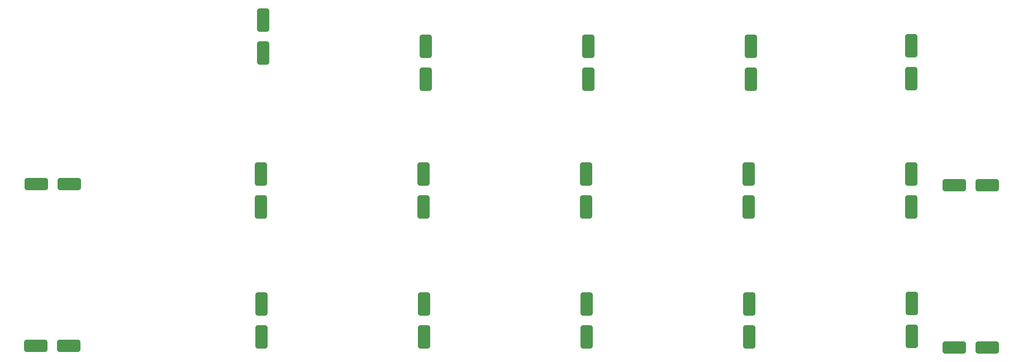
<source format=gbp>
G04 #@! TF.GenerationSoftware,KiCad,Pcbnew,7.0.10*
G04 #@! TF.CreationDate,2024-03-12T21:04:44-04:00*
G04 #@! TF.ProjectId,Main_board,4d61696e-5f62-46f6-9172-642e6b696361,1.0.2*
G04 #@! TF.SameCoordinates,Original*
G04 #@! TF.FileFunction,Paste,Bot*
G04 #@! TF.FilePolarity,Positive*
%FSLAX46Y46*%
G04 Gerber Fmt 4.6, Leading zero omitted, Abs format (unit mm)*
G04 Created by KiCad (PCBNEW 7.0.10) date 2024-03-12 21:04:44*
%MOMM*%
%LPD*%
G01*
G04 APERTURE LIST*
G04 Aperture macros list*
%AMRoundRect*
0 Rectangle with rounded corners*
0 $1 Rounding radius*
0 $2 $3 $4 $5 $6 $7 $8 $9 X,Y pos of 4 corners*
0 Add a 4 corners polygon primitive as box body*
4,1,4,$2,$3,$4,$5,$6,$7,$8,$9,$2,$3,0*
0 Add four circle primitives for the rounded corners*
1,1,$1+$1,$2,$3*
1,1,$1+$1,$4,$5*
1,1,$1+$1,$6,$7*
1,1,$1+$1,$8,$9*
0 Add four rect primitives between the rounded corners*
20,1,$1+$1,$2,$3,$4,$5,0*
20,1,$1+$1,$4,$5,$6,$7,0*
20,1,$1+$1,$6,$7,$8,$9,0*
20,1,$1+$1,$8,$9,$2,$3,0*%
G04 Aperture macros list end*
%ADD10RoundRect,0.250000X0.650000X-1.500000X0.650000X1.500000X-0.650000X1.500000X-0.650000X-1.500000X0*%
%ADD11RoundRect,0.250000X-1.500000X-0.650000X1.500000X-0.650000X1.500000X0.650000X-1.500000X0.650000X0*%
%ADD12RoundRect,0.250000X-0.650000X1.500000X-0.650000X-1.500000X0.650000X-1.500000X0.650000X1.500000X0*%
%ADD13RoundRect,0.250000X1.500000X0.650000X-1.500000X0.650000X-1.500000X-0.650000X1.500000X-0.650000X0*%
G04 APERTURE END LIST*
D10*
X202311000Y-128738000D03*
X202311000Y-123738000D03*
X251206000Y-148082000D03*
X251206000Y-143082000D03*
D11*
X282361000Y-144780000D03*
X287361000Y-144780000D03*
D12*
X226695000Y-162854000D03*
X226695000Y-167854000D03*
D10*
X201930000Y-148082000D03*
X201930000Y-143082000D03*
X275844000Y-128611000D03*
X275844000Y-123611000D03*
X226568000Y-148082000D03*
X226568000Y-143082000D03*
D13*
X148209000Y-169164000D03*
X143209000Y-169164000D03*
D10*
X251587000Y-128738000D03*
X251587000Y-123738000D03*
X226949000Y-128738000D03*
X226949000Y-123738000D03*
X275844000Y-148082000D03*
X275844000Y-143082000D03*
X177292000Y-148082000D03*
X177292000Y-143082000D03*
D12*
X251333000Y-162854000D03*
X251333000Y-167854000D03*
X177419000Y-162854000D03*
X177419000Y-167854000D03*
D13*
X148296000Y-144653000D03*
X143296000Y-144653000D03*
D12*
X202057000Y-162854000D03*
X202057000Y-167854000D03*
X275971000Y-162727000D03*
X275971000Y-167727000D03*
D10*
X177673000Y-124714000D03*
X177673000Y-119714000D03*
D11*
X282361000Y-169418000D03*
X287361000Y-169418000D03*
M02*

</source>
